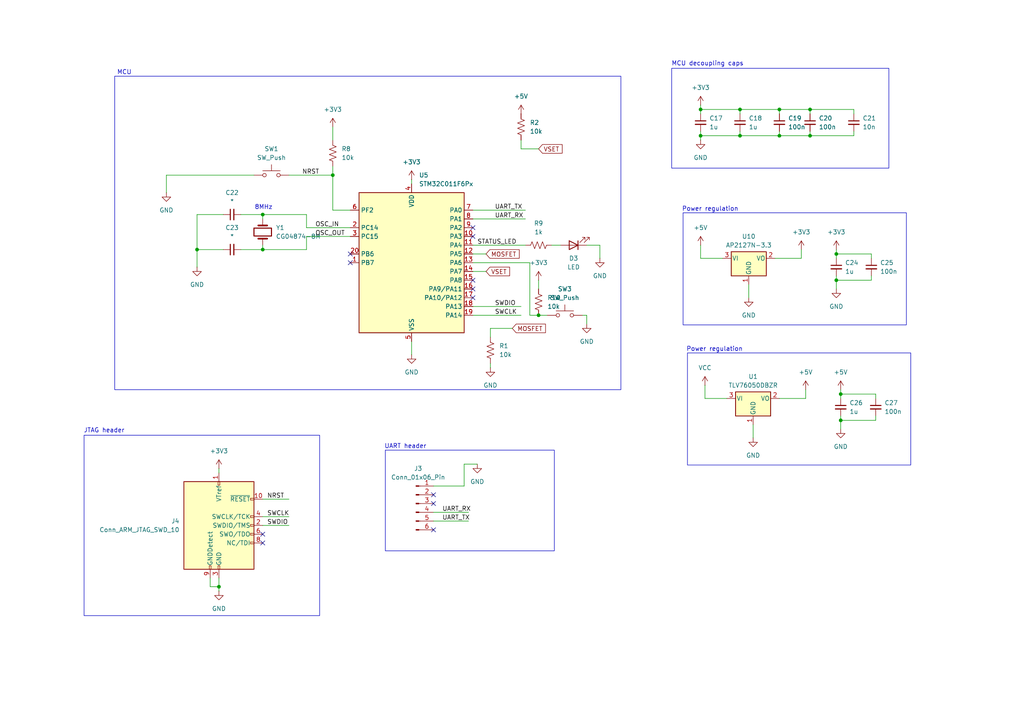
<source format=kicad_sch>
(kicad_sch (version 20250114) (generator "eeschema") (generator_version "9.0")
  (paper "A4")
  (lib_symbols
    (symbol "Connector:Conn_01x06_Pin" (pin_names (offset 1.016) (hide yes))
      (property "Reference" "J" (at 0 7.62 0))
      (property "Value" "Conn_01x06_Pin" (at 0 -10.16 0))
      (symbol "Conn_01x06_Pin_1_1"
        (rectangle (start 0.8636 5.207) (end 0 4.953) (stroke (width 0.1524)) (fill (type outline)))
        (rectangle (start 0.8636 2.667) (end 0 2.413) (stroke (width 0.1524)) (fill (type outline)))
        (rectangle (start 0.8636 0.127) (end 0 -0.127) (stroke (width 0.1524)) (fill (type outline)))
        (rectangle (start 0.8636 -2.413) (end 0 -2.667) (stroke (width 0.1524)) (fill (type outline)))
        (rectangle (start 0.8636 -4.953) (end 0 -5.207) (stroke (width 0.1524)) (fill (type outline)))
        (rectangle (start 0.8636 -7.493) (end 0 -7.747) (stroke (width 0.1524)) (fill (type outline)))
        (polyline (pts (xy 1.27 5.08) (xy 0.8636 5.08)) (stroke (width 0.1524)))
        (polyline (pts (xy 1.27 2.54) (xy 0.8636 2.54)) (stroke (width 0.1524)))
        (polyline (pts (xy 1.27 0) (xy 0.8636 0)) (stroke (width 0.1524)))
        (polyline (pts (xy 1.27 -2.54) (xy 0.8636 -2.54)) (stroke (width 0.1524)))
        (polyline (pts (xy 1.27 -5.08) (xy 0.8636 -5.08)) (stroke (width 0.1524)))
        (polyline (pts (xy 1.27 -7.62) (xy 0.8636 -7.62)) (stroke (width 0.1524)))
        (pin passive line (at 5.08 5.08 180) (length 3.81) (name "Pin_1") (number "1"))
        (pin passive line (at 5.08 2.54 180) (length 3.81) (name "Pin_2") (number "2"))
        (pin passive line (at 5.08 0 180) (length 3.81) (name "Pin_3") (number "3"))
        (pin passive line (at 5.08 -2.54 180) (length 3.81) (name "Pin_4") (number "4"))
        (pin passive line (at 5.08 -5.08 180) (length 3.81) (name "Pin_5") (number "5"))
        (pin passive line (at 5.08 -7.62 180) (length 3.81) (name "Pin_6") (number "6"))
      )
    )
    (symbol "Connector:Conn_ARM_JTAG_SWD_10" (pin_names (offset 1.016))
      (property "Reference" "J" (at -2.54 16.51 0))
      (property "Value" "Conn_ARM_JTAG_SWD_10" (at -2.54 13.97 0))
      (symbol "Conn_ARM_JTAG_SWD_10_0_1"
        (rectangle (start -10.16 12.7) (end 10.16 -12.7) (stroke (width 0.254)) (fill (type background)))
        (rectangle (start -2.794 -12.7) (end -2.286 -11.684))
        (rectangle (start -0.254 12.7) (end 0.254 11.684))
        (rectangle (start -0.254 -12.7) (end 0.254 -11.684))
        (rectangle (start 9.144 2.286) (end 10.16 2.794))
        (rectangle (start 10.16 7.874) (end 9.144 7.366))
        (rectangle (start 10.16 -0.254) (end 9.144 0.254))
        (rectangle (start 10.16 -2.794) (end 9.144 -2.286))
      )
      (symbol "Conn_ARM_JTAG_SWD_10_1_1"
        (rectangle (start 9.144 -5.334) (end 10.16 -4.826))
        (pin no_connect line (at -10.16 0 0) (length 2.54) (hide yes) (name "KEY") (number "7"))
        (pin passive line (at -2.54 -15.24 90) (length 2.54) (name "GNDDetect") (number "9"))
        (pin power_in line (at 0 15.24 270) (length 2.54) (name "VTref") (number "1"))
        (pin power_in line (at 0 -15.24 90) (length 2.54) (name "GND") (number "3"))
        (pin passive line (at 0 -15.24 90) (length 2.54) (hide yes) (name "GND") (number "5"))
        (pin open_collector line (at 12.7 7.62 180) (length 2.54) (name "~{RESET}") (number "10"))
        (pin output line (at 12.7 2.54 180) (length 2.54) (name "SWCLK/TCK") (number "4"))
        (pin bidirectional line (at 12.7 0 180) (length 2.54) (name "SWDIO/TMS") (number "2"))
        (pin input line (at 12.7 -2.54 180) (length 2.54) (name "SWO/TDO") (number "6"))
        (pin output line (at 12.7 -5.08 180) (length 2.54) (name "NC/TDI") (number "8"))
      )
    )
    (symbol "Device:C_Small" (pin_numbers (hide yes)) (pin_names (offset 0.254) (hide yes))
      (property "Reference" "C" (at 0.254 1.778 0))
      (property "Value" "C_Small" (at 0.254 -2.032 0))
      (symbol "C_Small_0_1"
        (polyline (pts (xy -1.524 0.508) (xy 1.524 0.508)) (stroke (width 0.3048)))
        (polyline (pts (xy -1.524 -0.508) (xy 1.524 -0.508)) (stroke (width 0.3302)))
      )
      (symbol "C_Small_1_1"
        (pin passive line (at 0 2.54 270) (length 2.032) (name "~") (number "1"))
        (pin passive line (at 0 -2.54 90) (length 2.032) (name "~") (number "2"))
      )
    )
    (symbol "Device:Crystal" (pin_numbers (hide yes)) (pin_names (offset 1.016) (hide yes))
      (property "Reference" "Y" (at 0 3.81 0))
      (property "Value" "Crystal" (at 0 -3.81 0))
      (symbol "Crystal_0_1"
        (polyline (pts (xy -2.54 0) (xy -1.905 0)))
        (polyline (pts (xy -1.905 -1.27) (xy -1.905 1.27)) (stroke (width 0.508)))
        (rectangle (start -1.143 2.54) (end 1.143 -2.54) (stroke (width 0.3048)))
        (polyline (pts (xy 1.905 -1.27) (xy 1.905 1.27)) (stroke (width 0.508)))
        (polyline (pts (xy 2.54 0) (xy 1.905 0)))
      )
      (symbol "Crystal_1_1"
        (pin passive line (at -3.81 0 0) (length 1.27) (name "1") (number "1"))
        (pin passive line (at 3.81 0 180) (length 1.27) (name "2") (number "2"))
      )
    )
    (symbol "Device:LED" (pin_numbers (hide yes)) (pin_names (offset 1.016) (hide yes))
      (property "Reference" "D" (at 0 2.54 0))
      (property "Value" "LED" (at 0 -2.54 0))
      (symbol "LED_0_1"
        (polyline (pts (xy -3.048 -0.762) (xy -4.572 -2.286) (xy -3.81 -2.286) (xy -4.572 -2.286) (xy -4.572 -1.524)))
        (polyline (pts (xy -1.778 -0.762) (xy -3.302 -2.286) (xy -2.54 -2.286) (xy -3.302 -2.286) (xy -3.302 -1.524)))
        (polyline (pts (xy -1.27 0) (xy 1.27 0)))
        (polyline (pts (xy -1.27 -1.27) (xy -1.27 1.27)) (stroke (width 0.254)))
        (polyline (pts (xy 1.27 -1.27) (xy 1.27 1.27) (xy -1.27 0) (xy 1.27 -1.27)) (stroke (width 0.254)))
      )
      (symbol "LED_1_1"
        (pin passive line (at -3.81 0 0) (length 2.54) (name "K") (number "1"))
        (pin passive line (at 3.81 0 180) (length 2.54) (name "A") (number "2"))
      )
    )
    (symbol "Device:R_US" (pin_numbers (hide yes)) (pin_names (offset 0))
      (property "Reference" "R" (at 2.54 0 90))
      (property "Value" "R_US" (at -2.54 0 90))
      (symbol "R_US_0_1"
        (polyline (pts (xy 0 2.286) (xy 0 2.54)))
        (polyline (pts (xy 0 2.286) (xy 1.016 1.905) (xy 0 1.524) (xy -1.016 1.143) (xy 0 0.762)))
        (polyline (pts (xy 0 0.762) (xy 1.016 0.381) (xy 0 0) (xy -1.016 -0.381) (xy 0 -0.762)))
        (polyline (pts (xy 0 -0.762) (xy 1.016 -1.143) (xy 0 -1.524) (xy -1.016 -1.905) (xy 0 -2.286)))
        (polyline (pts (xy 0 -2.286) (xy 0 -2.54)))
      )
      (symbol "R_US_1_1"
        (pin passive line (at 0 3.81 270) (length 1.27) (name "~") (number "1"))
        (pin passive line (at 0 -3.81 90) (length 1.27) (name "~") (number "2"))
      )
    )
    (symbol "MCU_ST_STM32C0:STM32C011F6Px"
      (property "Reference" "U" (at -15.24 21.59 0))
      (property "Value" "STM32C011F6Px" (at 2.54 21.59 0))
      (symbol "STM32C011F6Px_0_1"
        (rectangle (start -15.24 -20.32) (end 15.24 20.32) (stroke (width 0.254)) (fill (type background)))
      )
      (symbol "STM32C011F6Px_1_1"
        (pin bidirectional line (at -17.78 15.24 0) (length 2.54) (name "PF2") (number "6"))
        (pin bidirectional line (at -17.78 10.16 0) (length 2.54) (name "PC14") (number "2"))
        (pin bidirectional line (at -17.78 7.62 0) (length 2.54) (name "PC15") (number "3"))
        (pin bidirectional line (at -17.78 2.54 0) (length 2.54) (name "PB6") (number "20"))
        (pin bidirectional line (at -17.78 0 0) (length 2.54) (name "PB7") (number "1"))
        (pin power_in line (at 0 22.86 270) (length 2.54) (name "VDD") (number "4"))
        (pin power_in line (at 0 -22.86 90) (length 2.54) (name "VSS") (number "5"))
        (pin bidirectional line (at 17.78 15.24 180) (length 2.54) (name "PA0") (number "7"))
        (pin bidirectional line (at 17.78 12.7 180) (length 2.54) (name "PA1") (number "8"))
        (pin bidirectional line (at 17.78 10.16 180) (length 2.54) (name "PA2") (number "9"))
        (pin bidirectional line (at 17.78 7.62 180) (length 2.54) (name "PA3") (number "10"))
        (pin bidirectional line (at 17.78 5.08 180) (length 2.54) (name "PA4") (number "11"))
        (pin bidirectional line (at 17.78 2.54 180) (length 2.54) (name "PA5") (number "12"))
        (pin bidirectional line (at 17.78 0 180) (length 2.54) (name "PA6") (number "13"))
        (pin bidirectional line (at 17.78 -2.54 180) (length 2.54) (name "PA7") (number "14"))
        (pin bidirectional line (at 17.78 -5.08 180) (length 2.54) (name "PA8") (number "15"))
        (pin bidirectional line (at 17.78 -7.62 180) (length 2.54) (name "PA9/PA11") (number "16"))
        (pin bidirectional line (at 17.78 -10.16 180) (length 2.54) (name "PA10/PA12") (number "17"))
        (pin bidirectional line (at 17.78 -12.7 180) (length 2.54) (name "PA13") (number "18"))
        (pin bidirectional line (at 17.78 -15.24 180) (length 2.54) (name "PA14") (number "19"))
      )
    )
    (symbol "Regulator_Linear:AP2127N-3.3" (pin_names (offset 0.254))
      (property "Reference" "U" (at -3.81 3.175 0))
      (property "Value" "AP2127N-3.3" (at 0 3.175 0))
      (symbol "AP2127N-3.3_0_1"
        (rectangle (start -5.08 1.905) (end 5.08 -5.08) (stroke (width 0.254)) (fill (type background)))
      )
      (symbol "AP2127N-3.3_1_1"
        (pin power_in line (at -7.62 0 0) (length 2.54) (name "VI") (number "3"))
        (pin power_in line (at 0 -7.62 90) (length 2.54) (name "GND") (number "1"))
        (pin power_out line (at 7.62 0 180) (length 2.54) (name "VO") (number "2"))
      )
    )
    (symbol "Regulator_Linear:AP2127N3-1.2" (pin_names (offset 0.254))
      (property "Reference" "U" (at -3.81 3.175 0))
      (property "Value" "AP2127N3-1.2" (at 0 3.175 0))
      (symbol "AP2127N3-1.2_0_1"
        (rectangle (start -5.08 1.905) (end 5.08 -5.08) (stroke (width 0.254)) (fill (type background)))
      )
      (symbol "AP2127N3-1.2_1_1"
        (pin power_in line (at -7.62 0 0) (length 2.54) (name "VI") (number "3"))
        (pin power_in line (at 0 -7.62 90) (length 2.54) (name "GND") (number "1"))
        (pin power_out line (at 7.62 0 180) (length 2.54) (name "VO") (number "2"))
      )
    )
    (symbol "Switch:SW_Push" (pin_numbers (hide yes)) (pin_names (offset 1.016) (hide yes))
      (property "Reference" "SW" (at 1.27 2.54 0))
      (property "Value" "SW_Push" (at 0 -1.524 0))
      (symbol "SW_Push_0_1"
        (circle (center -2.032 0) (radius 0.508))
        (polyline (pts (xy 0 1.27) (xy 0 3.048)))
        (circle (center 2.032 0) (radius 0.508))
        (polyline (pts (xy 2.54 1.27) (xy -2.54 1.27)))
        (pin passive line (at -5.08 0 0) (length 2.54) (name "1") (number "1"))
        (pin passive line (at 5.08 0 180) (length 2.54) (name "2") (number "2"))
      )
    )
    (symbol "power:+3V3" (power) (pin_numbers (hide yes)) (pin_names (offset 0) (hide yes))
      (property "Value" "+3V3" (at 0 3.556 0))
      (symbol "+3V3_0_1"
        (polyline (pts (xy -0.762 1.27) (xy 0 2.54)))
        (polyline (pts (xy 0 2.54) (xy 0.762 1.27)))
        (polyline (pts (xy 0 0) (xy 0 2.54)))
      )
      (symbol "+3V3_1_1"
        (pin power_in line (at 0 0 90) (length 0) (name "~") (number "1"))
      )
    )
    (symbol "power:+5V" (power) (pin_numbers (hide yes)) (pin_names (offset 0) (hide yes))
      (property "Value" "+5V" (at 0 3.556 0))
      (symbol "+5V_0_1"
        (polyline (pts (xy -0.762 1.27) (xy 0 2.54)))
        (polyline (pts (xy 0 2.54) (xy 0.762 1.27)))
        (polyline (pts (xy 0 0) (xy 0 2.54)))
      )
      (symbol "+5V_1_1"
        (pin power_in line (at 0 0 90) (length 0) (name "~") (number "1"))
      )
    )
    (symbol "power:GND" (power) (pin_numbers (hide yes)) (pin_names (offset 0) (hide yes))
      (property "Value" "GND" (at 0 -3.81 0))
      (symbol "GND_0_1"
        (polyline (pts (xy 0 0) (xy 0 -1.27) (xy 1.27 -1.27) (xy 0 -2.54) (xy -1.27 -1.27) (xy 0 -1.27)))
      )
      (symbol "GND_1_1"
        (pin power_in line (at 0 0 270) (length 0) (name "~") (number "1"))
      )
    )
  )
  (rectangle (start 194.818 19.812) (end 257.81 48.768))
  (rectangle (start 33.274 22.098) (end 180.086 113.03))
  (rectangle (start 111.76 130.556) (end 160.782 159.766))
  (rectangle (start 24.384 126.238) (end 92.71 178.562))
  (rectangle (start 199.39 102.362) (end 264.16 134.874))
  (rectangle (start 198.12 61.722) (end 262.89 94.234))
  (text "Power regulation\n" (at 205.994 60.706 0) (effects (font (size 1.27 1.27))))
  (text "JTAG header\n" (at 30.226 124.968 0) (effects (font (size 1.27 1.27))))
  (text "UART header\n" (at 117.602 129.54 0) (effects (font (size 1.27 1.27))))
  (text "Power regulation\n" (at 207.264 101.346 0) (effects (font (size 1.27 1.27))))
  (text "8MHz\n" (at 76.454 60.198 0) (effects (font (size 1.27 1.27))))
  (text "MCU decoupling caps\n" (at 205.232 18.542 0) (effects (font (size 1.27 1.27))))
  (text "MCU\n" (at 36.068 21.082 0) (effects (font (size 1.27 1.27))))
  (junction (at 156.21 91.44))
  (junction (at 96.52 50.8))
  (junction (at 243.84 121.92))
  (junction (at 203.2 31.75))
  (junction (at 76.2 62.23))
  (junction (at 226.06 31.75))
  (junction (at 243.84 114.3))
  (junction (at 242.57 73.66))
  (junction (at 76.2 72.39))
  (junction (at 57.15 72.39))
  (junction (at 203.2 39.37))
  (junction (at 234.95 39.37))
  (junction (at 214.63 39.37))
  (junction (at 214.63 31.75))
  (junction (at 226.06 39.37))
  (junction (at 63.5 170.18))
  (junction (at 234.95 31.75))
  (junction (at 242.57 81.28))
  (no_connect (at 76.2 154.94))
  (no_connect (at 137.16 86.36))
  (no_connect (at 125.73 146.05))
  (no_connect (at 137.16 66.04))
  (no_connect (at 137.16 81.28))
  (no_connect (at 125.73 143.51))
  (no_connect (at 137.16 68.58))
  (no_connect (at 125.73 153.67))
  (no_connect (at 76.2 157.48))
  (no_connect (at 137.16 83.82))
  (no_connect (at 101.6 73.66))
  (no_connect (at 101.6 76.2))
  (wire (pts (xy 203.2 71.12) (xy 203.2 74.93)))
  (wire (pts (xy 57.15 72.39) (xy 64.77 72.39)))
  (wire (pts (xy 96.52 36.83) (xy 96.52 40.64)))
  (wire (pts (xy 76.2 152.4) (xy 83.82 152.4)))
  (wire (pts (xy 242.57 81.28) (xy 242.57 83.82)))
  (wire (pts (xy 217.17 82.55) (xy 217.17 86.36)))
  (wire (pts (xy 203.2 31.75) (xy 203.2 33.02)))
  (wire (pts (xy 170.18 93.98) (xy 170.18 91.44)))
  (wire (pts (xy 76.2 149.86) (xy 83.82 149.86)))
  (wire (pts (xy 125.73 148.59) (xy 135.89 148.59)))
  (wire (pts (xy 88.9 62.23) (xy 88.9 66.04)))
  (wire (pts (xy 57.15 62.23) (xy 57.15 72.39)))
  (wire (pts (xy 243.84 121.92) (xy 254 121.92)))
  (wire (pts (xy 243.84 114.3) (xy 243.84 115.57)))
  (wire (pts (xy 243.84 120.65) (xy 243.84 121.92)))
  (wire (pts (xy 160.02 71.12) (xy 162.56 71.12)))
  (wire (pts (xy 232.41 72.39) (xy 232.41 74.93)))
  (wire (pts (xy 142.24 105.41) (xy 142.24 106.68)))
  (wire (pts (xy 242.57 73.66) (xy 242.57 74.93)))
  (wire (pts (xy 173.99 71.12) (xy 173.99 74.93)))
  (wire (pts (xy 119.38 52.07) (xy 119.38 53.34)))
  (wire (pts (xy 252.73 81.28) (xy 252.73 80.01)))
  (wire (pts (xy 156.21 91.44) (xy 158.75 91.44)))
  (wire (pts (xy 137.16 71.12) (xy 152.4 71.12)))
  (wire (pts (xy 134.62 134.62) (xy 138.43 134.62)))
  (wire (pts (xy 247.65 39.37) (xy 234.95 39.37)))
  (wire (pts (xy 226.06 38.1) (xy 226.06 39.37)))
  (wire (pts (xy 243.84 113.03) (xy 243.84 114.3)))
  (wire (pts (xy 69.85 72.39) (xy 76.2 72.39)))
  (wire (pts (xy 203.2 39.37) (xy 203.2 40.64)))
  (wire (pts (xy 76.2 62.23) (xy 76.2 63.5)))
  (wire (pts (xy 63.5 167.64) (xy 63.5 170.18)))
  (wire (pts (xy 203.2 39.37) (xy 214.63 39.37)))
  (wire (pts (xy 125.73 151.13) (xy 135.89 151.13)))
  (wire (pts (xy 153.67 91.44) (xy 153.67 76.2)))
  (wire (pts (xy 210.82 115.57) (xy 204.47 115.57)))
  (wire (pts (xy 234.95 31.75) (xy 247.65 31.75)))
  (wire (pts (xy 137.16 73.66) (xy 140.97 73.66)))
  (wire (pts (xy 252.73 74.93) (xy 252.73 73.66)))
  (wire (pts (xy 226.06 39.37) (xy 234.95 39.37)))
  (wire (pts (xy 156.21 43.18) (xy 151.13 43.18)))
  (wire (pts (xy 101.6 60.96) (xy 96.52 60.96)))
  (wire (pts (xy 137.16 91.44) (xy 151.13 91.44)))
  (wire (pts (xy 242.57 80.01) (xy 242.57 81.28)))
  (wire (pts (xy 214.63 31.75) (xy 226.06 31.75)))
  (wire (pts (xy 209.55 74.93) (xy 203.2 74.93)))
  (wire (pts (xy 252.73 73.66) (xy 242.57 73.66)))
  (wire (pts (xy 170.18 91.44) (xy 168.91 91.44)))
  (wire (pts (xy 203.2 31.75) (xy 214.63 31.75)))
  (wire (pts (xy 203.2 38.1) (xy 203.2 39.37)))
  (wire (pts (xy 76.2 62.23) (xy 88.9 62.23)))
  (wire (pts (xy 96.52 50.8) (xy 96.52 60.96)))
  (wire (pts (xy 247.65 38.1) (xy 247.65 39.37)))
  (wire (pts (xy 226.06 31.75) (xy 226.06 33.02)))
  (wire (pts (xy 69.85 62.23) (xy 76.2 62.23)))
  (wire (pts (xy 153.67 91.44) (xy 156.21 91.44)))
  (wire (pts (xy 63.5 135.89) (xy 63.5 137.16)))
  (wire (pts (xy 48.26 50.8) (xy 48.26 55.88)))
  (wire (pts (xy 125.73 140.97) (xy 134.62 140.97)))
  (wire (pts (xy 224.79 74.93) (xy 232.41 74.93)))
  (wire (pts (xy 233.68 113.03) (xy 233.68 115.57)))
  (wire (pts (xy 242.57 81.28) (xy 252.73 81.28)))
  (wire (pts (xy 88.9 68.58) (xy 88.9 72.39)))
  (wire (pts (xy 214.63 39.37) (xy 226.06 39.37)))
  (wire (pts (xy 137.16 78.74) (xy 140.97 78.74)))
  (wire (pts (xy 119.38 99.06) (xy 119.38 102.87)))
  (wire (pts (xy 214.63 38.1) (xy 214.63 39.37)))
  (wire (pts (xy 96.52 48.26) (xy 96.52 50.8)))
  (wire (pts (xy 137.16 60.96) (xy 152.4 60.96)))
  (wire (pts (xy 142.24 95.25) (xy 142.24 97.79)))
  (wire (pts (xy 134.62 140.97) (xy 134.62 134.62)))
  (wire (pts (xy 64.77 62.23) (xy 57.15 62.23)))
  (wire (pts (xy 60.96 170.18) (xy 63.5 170.18)))
  (wire (pts (xy 148.59 95.25) (xy 142.24 95.25)))
  (wire (pts (xy 153.67 76.2) (xy 137.16 76.2)))
  (wire (pts (xy 83.82 50.8) (xy 96.52 50.8)))
  (wire (pts (xy 76.2 144.78) (xy 83.82 144.78)))
  (wire (pts (xy 137.16 88.9) (xy 151.13 88.9)))
  (wire (pts (xy 243.84 121.92) (xy 243.84 124.46)))
  (wire (pts (xy 234.95 31.75) (xy 234.95 33.02)))
  (wire (pts (xy 151.13 40.64) (xy 151.13 43.18)))
  (wire (pts (xy 57.15 72.39) (xy 57.15 77.47)))
  (wire (pts (xy 254 114.3) (xy 243.84 114.3)))
  (wire (pts (xy 214.63 31.75) (xy 214.63 33.02)))
  (wire (pts (xy 63.5 170.18) (xy 63.5 171.45)))
  (wire (pts (xy 88.9 66.04) (xy 101.6 66.04)))
  (wire (pts (xy 226.06 115.57) (xy 233.68 115.57)))
  (wire (pts (xy 247.65 31.75) (xy 247.65 33.02)))
  (wire (pts (xy 204.47 111.76) (xy 204.47 115.57)))
  (wire (pts (xy 170.18 71.12) (xy 173.99 71.12)))
  (wire (pts (xy 88.9 72.39) (xy 76.2 72.39)))
  (wire (pts (xy 254 121.92) (xy 254 120.65)))
  (wire (pts (xy 73.66 50.8) (xy 48.26 50.8)))
  (wire (pts (xy 254 115.57) (xy 254 114.3)))
  (wire (pts (xy 234.95 39.37) (xy 234.95 38.1)))
  (wire (pts (xy 137.16 63.5) (xy 152.4 63.5)))
  (wire (pts (xy 156.21 81.28) (xy 156.21 83.82)))
  (wire (pts (xy 226.06 31.75) (xy 234.95 31.75)))
  (wire (pts (xy 242.57 72.39) (xy 242.57 73.66)))
  (wire (pts (xy 76.2 72.39) (xy 76.2 71.12)))
  (wire (pts (xy 60.96 167.64) (xy 60.96 170.18)))
  (wire (pts (xy 203.2 30.48) (xy 203.2 31.75)))
  (wire (pts (xy 101.6 68.58) (xy 88.9 68.58)))
  (wire (pts (xy 218.44 123.19) (xy 218.44 127)))
  (label "NRST" (at 87.63 50.8 0))
  (label "OSC_OUT" (at 91.44 68.58 0))
  (label "STATUS_LED" (at 138.43 71.12 0))
  (label "UART_RX" (at 143.51 63.5 0))
  (label "SWDIO" (at 77.47 152.4 0))
  (label "SWCLK" (at 143.51 91.44 0))
  (label "UART_TX" (at 143.51 60.96 0))
  (label "SWCLK" (at 77.47 149.86 0))
  (label "UART_TX" (at 128.27 151.13 0))
  (label "NRST" (at 77.47 144.78 0))
  (label "SWDIO" (at 143.51 88.9 0))
  (label "UART_RX" (at 128.27 148.59 0))
  (label "OSC_IN" (at 91.44 66.04 0))
  (global_label "VSET" (shape input) (at 140.97 78.74 0) (property "Intersheetrefs" "${INTERSHEET_REFS}" (effects (hide yes))))
  (global_label "MOSFET" (shape input) (at 140.97 73.66 0) (property "Intersheetrefs" "${INTERSHEET_REFS}" (effects (hide yes))))
  (global_label "MOSFET" (shape input) (at 148.59 95.25 0) (property "Intersheetrefs" "${INTERSHEET_REFS}" (effects (hide yes))))
  (global_label "VSET" (shape input) (at 156.21 43.18 0) (property "Intersheetrefs" "${INTERSHEET_REFS}" (effects (hide yes))))
  (symbol (lib_id "Device:Crystal") (at 76.2 67.31 90) (unit 1)
    (property "Reference" "Y1" (at 80.01 66.0399 90) (effects (justify right)))
    (property "Value" "CG04874-8M" (at 80.01 68.5799 90) (effects (justify right)))
    (property "Footprint" "footprints:XTAL_CG04874_NDK" (effects (hide yes)))
    (property "Description" "Two pin crystal" (effects (hide yes)))
  )
  (symbol (lib_id "power:+3V3") (at 96.52 36.83 0) (unit 1)
    (property "Reference" "#PWR042" (effects (hide yes)))
    (property "Value" "+3V3" (at 96.52 31.75 0))
    (property "Description" "Power symbol creates a global label with name \"+3V3\"" (effects (hide yes)))
  )
  (symbol (lib_id "power:GND") (at 173.99 74.93 0) (unit 1)
    (property "Reference" "#PWR044" (effects (hide yes)))
    (property "Value" "GND" (at 173.99 80.01 0))
    (property "Description" "Power symbol creates a global label with name \"GND\" , ground" (effects (hide yes)))
  )
  (symbol (lib_id "Device:C_Small") (at 214.63 35.56 0) (unit 1)
    (property "Reference" "C18" (at 217.17 34.2962 0) (effects (justify left)))
    (property "Value" "1u" (at 217.17 36.8362 0) (effects (justify left)))
    (property "Footprint" "Capacitor_SMD:C_0603_1608Metric_Pad1.08x0.95mm_HandSolder" (effects (hide yes)))
    (property "Description" "Unpolarized capacitor, small symbol" (effects (hide yes)))
  )
  (symbol (lib_id "Device:R_US") (at 96.52 44.45 0) (unit 1)
    (property "Reference" "R8" (at 99.06 43.1799 0) (effects (justify left)))
    (property "Value" "10k" (at 99.06 45.7199 0) (effects (justify left)))
    (property "Footprint" "Resistor_SMD:R_0603_1608Metric_Pad0.98x0.95mm_HandSolder" (effects (hide yes)))
    (property "Description" "Resistor, US symbol" (effects (hide yes)))
  )
  (symbol (lib_id "Regulator_Linear:AP2127N-3.3") (at 217.17 74.93 0) (unit 1)
    (property "Reference" "U10" (at 217.17 68.58 0))
    (property "Value" "AP2127N-3.3" (at 217.17 71.12 0))
    (property "Footprint" "Package_TO_SOT_SMD:SOT-23" (effects (hide yes)))
    (property "Datasheet" "https://www.diodes.com/assets/Datasheets/AP2127.pdf" (effects (hide yes)))
    (property "Description" "300mA low dropout linear regulator, shutdown pin, 2.5V-6V input voltage, 3.3V fixed positive output, SOT-23 package" (effects (hide yes)))
  )
  (symbol (lib_id "Device:LED") (at 166.37 71.12 180) (unit 1)
    (property "Reference" "D3" (at 166.37 74.93 0))
    (property "Value" "LED" (at 166.37 77.47 0))
    (property "Footprint" "LED_SMD:LED_0603_1608Metric_Pad1.05x0.95mm_HandSolder" (effects (hide yes)))
    (property "Description" "Light emitting diode" (effects (hide yes)))
    (property "Sim.Pins" "1=K 2=A" (effects (hide yes)))
  )
  (symbol (lib_id "Device:C_Small") (at 203.2 35.56 0) (unit 1)
    (property "Reference" "C17" (at 205.74 34.2962 0) (effects (justify left)))
    (property "Value" "1u" (at 205.74 36.8362 0) (effects (justify left)))
    (property "Footprint" "Capacitor_SMD:C_0603_1608Metric_Pad1.08x0.95mm_HandSolder" (effects (hide yes)))
    (property "Description" "Unpolarized capacitor, small symbol" (effects (hide yes)))
  )
  (symbol (lib_id "power:GND") (at 243.84 124.46 0) (unit 1)
    (property "Reference" "#PWR057" (effects (hide yes)))
    (property "Value" "GND" (at 243.84 129.54 0))
    (property "Description" "Power symbol creates a global label with name \"GND\" , ground" (effects (hide yes)))
  )
  (symbol (lib_id "Device:C_Small") (at 67.31 62.23 90) (unit 1)
    (property "Reference" "C22" (at 67.3163 55.88 90))
    (property "Value" "*" (at 67.3163 58.42 90))
    (property "Footprint" "Capacitor_SMD:C_0603_1608Metric_Pad1.08x0.95mm_HandSolder" (effects (hide yes)))
    (property "Description" "Unpolarized capacitor, small symbol" (effects (hide yes)))
  )
  (symbol (lib_id "Device:R_US") (at 142.24 101.6 0) (unit 1)
    (property "Reference" "R1" (at 144.78 100.3299 0) (effects (justify left)))
    (property "Value" "10k" (at 144.78 102.8699 0) (effects (justify left)))
    (property "Footprint" "Resistor_SMD:R_0603_1608Metric_Pad0.98x0.95mm_HandSolder" (effects (hide yes)))
    (property "Description" "Resistor, US symbol" (effects (hide yes)))
  )
  (symbol (lib_id "power:+3V3") (at 242.57 72.39 0) (unit 1)
    (property "Reference" "#PWR051" (effects (hide yes)))
    (property "Value" "+3V3" (at 242.57 67.31 0))
    (property "Description" "Power symbol creates a global label with name \"+3V3\"" (effects (hide yes)))
  )
  (symbol (lib_id "power:+3V3") (at 243.84 113.03 0) (unit 1)
    (property "Reference" "#PWR056" (effects (hide yes)))
    (property "Value" "+5V" (at 243.84 107.95 0))
    (property "Description" "Power symbol creates a global label with name \"+3V3\"" (effects (hide yes)))
  )
  (symbol (lib_id "power:GND") (at 217.17 86.36 0) (unit 1)
    (property "Reference" "#PWR050" (effects (hide yes)))
    (property "Value" "GND" (at 217.17 91.44 0))
    (property "Description" "Power symbol creates a global label with name \"GND\" , ground" (effects (hide yes)))
  )
  (symbol (lib_id "Device:R_US") (at 151.13 36.83 0) (unit 1)
    (property "Reference" "R2" (at 153.67 35.5599 0) (effects (justify left)))
    (property "Value" "10k" (at 153.67 38.0999 0) (effects (justify left)))
    (property "Footprint" "Resistor_SMD:R_0603_1608Metric_Pad0.98x0.95mm_HandSolder" (effects (hide yes)))
    (property "Description" "Resistor, US symbol" (effects (hide yes)))
  )
  (symbol (lib_id "power:+5V") (at 204.47 111.76 0) (unit 1)
    (property "Reference" "#PWR053" (effects (hide yes)))
    (property "Value" "VCC" (at 204.47 106.68 0))
    (property "Description" "Power symbol creates a global label with name \"+5V\"" (effects (hide yes)))
  )
  (symbol (lib_id "power:GND") (at 138.43 134.62 0) (unit 1)
    (property "Reference" "#PWR047" (effects (hide yes)))
    (property "Value" "GND" (at 138.43 139.7 0))
    (property "Description" "Power symbol creates a global label with name \"GND\" , ground" (effects (hide yes)))
  )
  (symbol (lib_id "Switch:SW_Push") (at 78.74 50.8 0) (unit 1)
    (property "Reference" "SW1" (at 78.74 43.18 0))
    (property "Value" "SW_Push" (at 78.74 45.72 0))
    (property "Footprint" "Button_Switch_THT:SW_PUSH_6mm" (effects (hide yes)))
    (property "Description" "Push button switch, generic, two pins" (effects (hide yes)))
  )
  (symbol (lib_id "Connector:Conn_ARM_JTAG_SWD_10") (at 63.5 152.4 0) (unit 1)
    (property "Reference" "J4" (at 52.07 151.1299 0) (effects (justify right)))
    (property "Value" "Conn_ARM_JTAG_SWD_10" (at 52.07 153.6699 0) (effects (justify right)))
    (property "Footprint" "Connector_PinHeader_1.27mm:PinHeader_2x05_P1.27mm_Vertical" (effects (hide yes)))
    (property "Datasheet" "http://infocenter.arm.com/help/topic/com.arm.doc.ddi0314h/DDI0314H_coresight_components_trm.pdf" (effects (hide yes)))
    (property "Description" "Cortex Debug Connector, standard ARM Cortex-M SWD and JTAG interface" (effects (hide yes)))
  )
  (symbol (lib_id "Device:C_Small") (at 247.65 35.56 0) (unit 1)
    (property "Reference" "C21" (at 250.19 34.2962 0) (effects (justify left)))
    (property "Value" "10n" (at 250.19 36.8362 0) (effects (justify left)))
    (property "Footprint" "Capacitor_SMD:C_0603_1608Metric_Pad1.08x0.95mm_HandSolder" (effects (hide yes)))
    (property "Description" "Unpolarized capacitor, small symbol" (effects (hide yes)))
  )
  (symbol (lib_id "Device:C_Small") (at 252.73 77.47 0) (unit 1)
    (property "Reference" "C25" (at 255.27 76.2062 0) (effects (justify left)))
    (property "Value" "100n" (at 255.27 78.7462 0) (effects (justify left)))
    (property "Footprint" "Capacitor_SMD:C_0603_1608Metric_Pad1.08x0.95mm_HandSolder" (effects (hide yes)))
    (property "Description" "Unpolarized capacitor, small symbol" (effects (hide yes)))
  )
  (symbol (lib_id "power:+3V3") (at 119.38 52.07 0) (unit 1)
    (property "Reference" "#PWR026" (effects (hide yes)))
    (property "Value" "+3V3" (at 119.38 46.99 0))
    (property "Description" "Power symbol creates a global label with name \"+3V3\"" (effects (hide yes)))
  )
  (symbol (lib_id "power:+3V3") (at 203.2 30.48 0) (unit 1)
    (property "Reference" "#PWR039" (effects (hide yes)))
    (property "Value" "+3V3" (at 203.2 25.4 0))
    (property "Description" "Power symbol creates a global label with name \"+3V3\"" (effects (hide yes)))
  )
  (symbol (lib_id "Regulator_Linear:AP2127N3-1.2") (at 218.44 115.57 0) (unit 1)
    (property "Reference" "U1" (at 218.44 109.22 0))
    (property "Value" "TLV76050DBZR" (at 218.44 111.76 0))
    (property "Footprint" "Package_TO_SOT_SMD:SOT-23-3" (effects (hide yes)))
    (property "Datasheet" "https://www.ti.com/lit/ds/symlink/tlv760.pdf?HQS=dis-dk-null-digikeymode-dsf-pf-null-wwe&ts=1756066409306&ref_url=https%253A%252F%252Fwww.ti.com%252Fgeneral%252Fdocs%252Fsuppproductinfo.tsp%253FdistId%253D10%2526gotoUrl%253Dhttps%253A%252F%252Fwww.ti.com%252Flit%252Fgpn%252Ftlv760" (effects (hide yes)))
    (property "Description" "Linear Voltage Regulator IC Positive Fixed 1 Output 100mA SOT-23-3" (effects (hide yes)))
  )
  (symbol (lib_id "Device:C_Small") (at 67.31 72.39 90) (unit 1)
    (property "Reference" "C23" (at 67.3163 66.04 90))
    (property "Value" "*" (at 67.3163 68.58 90))
    (property "Footprint" "Capacitor_SMD:C_0603_1608Metric_Pad1.08x0.95mm_HandSolder" (effects (hide yes)))
    (property "Description" "Unpolarized capacitor, small symbol" (effects (hide yes)))
  )
  (symbol (lib_id "power:GND") (at 48.26 55.88 0) (unit 1)
    (property "Reference" "#PWR043" (effects (hide yes)))
    (property "Value" "GND" (at 48.26 60.96 0))
    (property "Description" "Power symbol creates a global label with name \"GND\" , ground" (effects (hide yes)))
  )
  (symbol (lib_id "power:+5V") (at 203.2 71.12 0) (unit 1)
    (property "Reference" "#PWR048" (effects (hide yes)))
    (property "Value" "+5V" (at 203.2 66.04 0))
    (property "Description" "Power symbol creates a global label with name \"+5V\"" (effects (hide yes)))
  )
  (symbol (lib_id "Connector:Conn_01x06_Pin") (at 120.65 146.05 0) (unit 1)
    (property "Reference" "J3" (at 121.285 135.89 0))
    (property "Value" "Conn_01x06_Pin" (at 121.285 138.43 0))
    (property "Footprint" "Connector_PinHeader_2.54mm:PinHeader_1x06_P2.54mm_Vertical" (effects (hide yes)))
    (property "Description" "Generic connector, single row, 01x06, script generated" (effects (hide yes)))
  )
  (symbol (lib_id "power:GND") (at 242.57 83.82 0) (unit 1)
    (property "Reference" "#PWR052" (effects (hide yes)))
    (property "Value" "GND" (at 242.57 88.9 0))
    (property "Description" "Power symbol creates a global label with name \"GND\" , ground" (effects (hide yes)))
  )
  (symbol (lib_id "Device:R_US") (at 156.21 71.12 270) (unit 1)
    (property "Reference" "R9" (at 156.21 64.77 90))
    (property "Value" "1k" (at 156.21 67.31 90))
    (property "Footprint" "Resistor_SMD:R_0603_1608Metric_Pad0.98x0.95mm_HandSolder" (effects (hide yes)))
    (property "Description" "Resistor, US symbol" (effects (hide yes)))
  )
  (symbol (lib_id "Device:R_US") (at 156.21 87.63 0) (unit 1)
    (property "Reference" "R10" (at 158.75 86.3599 0) (effects (justify left)))
    (property "Value" "10k" (at 158.75 88.8999 0) (effects (justify left)))
    (property "Footprint" "Resistor_SMD:R_0603_1608Metric_Pad0.98x0.95mm_HandSolder" (effects (hide yes)))
    (property "Description" "Resistor, US symbol" (effects (hide yes)))
  )
  (symbol (lib_id "Switch:SW_Push") (at 163.83 91.44 0) (unit 1)
    (property "Reference" "SW3" (at 163.83 83.82 0))
    (property "Value" "SW_Push" (at 163.83 86.36 0))
    (property "Footprint" "Button_Switch_THT:SW_PUSH_6mm" (effects (hide yes)))
    (property "Description" "Push button switch, generic, two pins" (effects (hide yes)))
  )
  (symbol (lib_id "power:GND") (at 218.44 127 0) (unit 1)
    (property "Reference" "#PWR054" (effects (hide yes)))
    (property "Value" "GND" (at 218.44 132.08 0))
    (property "Description" "Power symbol creates a global label with name \"GND\" , ground" (effects (hide yes)))
  )
  (symbol (lib_id "power:+3V3") (at 63.5 135.89 0) (unit 1)
    (property "Reference" "#PWR045" (effects (hide yes)))
    (property "Value" "+3V3" (at 63.5 130.81 0))
    (property "Description" "Power symbol creates a global label with name \"+3V3\"" (effects (hide yes)))
  )
  (symbol (lib_id "power:+3V3") (at 233.68 113.03 0) (unit 1)
    (property "Reference" "#PWR055" (effects (hide yes)))
    (property "Value" "+5V" (at 233.68 107.95 0))
    (property "Description" "Power symbol creates a global label with name \"+3V3\"" (effects (hide yes)))
  )
  (symbol (lib_id "Device:C_Small") (at 254 118.11 0) (unit 1)
    (property "Reference" "C27" (at 256.54 116.8462 0) (effects (justify left)))
    (property "Value" "100n" (at 256.54 119.3862 0) (effects (justify left)))
    (property "Footprint" "Capacitor_SMD:C_0603_1608Metric_Pad1.08x0.95mm_HandSolder" (effects (hide yes)))
    (property "Description" "Unpolarized capacitor, small symbol" (effects (hide yes)))
  )
  (symbol (lib_id "power:+3V3") (at 232.41 72.39 0) (unit 1)
    (property "Reference" "#PWR049" (effects (hide yes)))
    (property "Value" "+3V3" (at 232.41 67.31 0))
    (property "Description" "Power symbol creates a global label with name \"+3V3\"" (effects (hide yes)))
  )
  (symbol (lib_id "power:+3V3") (at 151.13 33.02 0) (unit 1)
    (property "Reference" "#PWR058" (effects (hide yes)))
    (property "Value" "+5V" (at 151.13 27.94 0))
    (property "Description" "Power symbol creates a global label with name \"+3V3\"" (effects (hide yes)))
  )
  (symbol (lib_id "power:+3V3") (at 156.21 81.28 0) (unit 1)
    (property "Reference" "#PWR05" (effects (hide yes)))
    (property "Value" "+3V3" (at 156.21 76.2 0))
    (property "Description" "Power symbol creates a global label with name \"+3V3\"" (effects (hide yes)))
  )
  (symbol (lib_id "power:GND") (at 57.15 77.47 0) (unit 1)
    (property "Reference" "#PWR041" (effects (hide yes)))
    (property "Value" "GND" (at 57.15 82.55 0))
    (property "Description" "Power symbol creates a global label with name \"GND\" , ground" (effects (hide yes)))
  )
  (symbol (lib_id "Device:C_Small") (at 243.84 118.11 0) (unit 1)
    (property "Reference" "C26" (at 246.38 116.8462 0) (effects (justify left)))
    (property "Value" "1u" (at 246.38 119.3862 0) (effects (justify left)))
    (property "Footprint" "Capacitor_SMD:C_0603_1608Metric_Pad1.08x0.95mm_HandSolder" (effects (hide yes)))
    (property "Description" "Unpolarized capacitor, small symbol" (effects (hide yes)))
  )
  (symbol (lib_id "power:GND") (at 119.38 102.87 0) (unit 1)
    (property "Reference" "#PWR027" (effects (hide yes)))
    (property "Value" "GND" (at 119.38 107.95 0))
    (property "Description" "Power symbol creates a global label with name \"GND\" , ground" (effects (hide yes)))
  )
  (symbol (lib_id "power:GND") (at 203.2 40.64 0) (unit 1)
    (property "Reference" "#PWR040" (effects (hide yes)))
    (property "Value" "GND" (at 203.2 45.72 0))
    (property "Description" "Power symbol creates a global label with name \"GND\" , ground" (effects (hide yes)))
  )
  (symbol (lib_id "power:GND") (at 142.24 106.68 0) (unit 1)
    (property "Reference" "#PWR06" (effects (hide yes)))
    (property "Value" "GND" (at 142.24 111.76 0))
    (property "Description" "Power symbol creates a global label with name \"GND\" , ground" (effects (hide yes)))
  )
  (symbol (lib_id "Device:C_Small") (at 234.95 35.56 0) (unit 1)
    (property "Reference" "C20" (at 237.49 34.2962 0) (effects (justify left)))
    (property "Value" "100n" (at 237.49 36.8362 0) (effects (justify left)))
    (property "Footprint" "Capacitor_SMD:C_0603_1608Metric_Pad1.08x0.95mm_HandSolder" (effects (hide yes)))
    (property "Description" "Unpolarized capacitor, small symbol" (effects (hide yes)))
  )
  (symbol (lib_id "MCU_ST_STM32C0:STM32C011F6Px") (at 119.38 76.2 0) (unit 1)
    (property "Reference" "U5" (at 121.5233 50.8 0) (effects (justify left)))
    (property "Value" "STM32C011F6Px" (at 121.5233 53.34 0) (effects (justify left)))
    (property "Footprint" "Package_SO:TSSOP-20_4.4x6.5mm_P0.65mm" (effects (hide yes)))
    (property "Datasheet" "https://www.st.com/resource/en/datasheet/stm32c011f6.pdf" (effects (hide yes)))
    (property "Description" "STMicroelectronics Arm Cortex-M0+ MCU, 32KB flash, 6KB RAM, 48 MHz, 2.0-3.6V, 18 GPIO, TSSOP20" (effects (hide yes)))
  )
  (symbol (lib_id "Device:C_Small") (at 226.06 35.56 0) (unit 1)
    (property "Reference" "C19" (at 228.6 34.2962 0) (effects (justify left)))
    (property "Value" "100n" (at 228.6 36.8362 0) (effects (justify left)))
    (property "Footprint" "Capacitor_SMD:C_0603_1608Metric_Pad1.08x0.95mm_HandSolder" (effects (hide yes)))
    (property "Description" "Unpolarized capacitor, small symbol" (effects (hide yes)))
  )
  (symbol (lib_id "power:GND") (at 170.18 93.98 0) (unit 1)
    (property "Reference" "#PWR04" (effects (hide yes)))
    (property "Value" "GND" (at 170.18 99.06 0))
    (property "Description" "Power symbol creates a global label with name \"GND\" , ground" (effects (hide yes)))
  )
  (symbol (lib_id "Device:C_Small") (at 242.57 77.47 0) (unit 1)
    (property "Reference" "C24" (at 245.11 76.2062 0) (effects (justify left)))
    (property "Value" "1u" (at 245.11 78.7462 0) (effects (justify left)))
    (property "Footprint" "Capacitor_SMD:C_0603_1608Metric_Pad1.08x0.95mm_HandSolder" (effects (hide yes)))
    (property "Description" "Unpolarized capacitor, small symbol" (effects (hide yes)))
  )
  (symbol (lib_id "power:GND") (at 63.5 171.45 0) (unit 1)
    (property "Reference" "#PWR046" (effects (hide yes)))
    (property "Value" "GND" (at 63.5 176.53 0))
    (property "Description" "Power symbol creates a global label with name \"GND\" , ground" (effects (hide yes)))
  )
)
</source>
